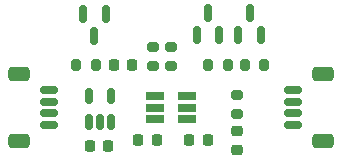
<source format=gbr>
%TF.GenerationSoftware,KiCad,Pcbnew,7.0.1*%
%TF.CreationDate,2025-06-24T15:41:59+07:00*%
%TF.ProjectId,positron_tlv493d,706f7369-7472-46f6-9e5f-746c76343933,rev?*%
%TF.SameCoordinates,Original*%
%TF.FileFunction,Paste,Top*%
%TF.FilePolarity,Positive*%
%FSLAX46Y46*%
G04 Gerber Fmt 4.6, Leading zero omitted, Abs format (unit mm)*
G04 Created by KiCad (PCBNEW 7.0.1) date 2025-06-24 15:41:59*
%MOMM*%
%LPD*%
G01*
G04 APERTURE LIST*
G04 Aperture macros list*
%AMRoundRect*
0 Rectangle with rounded corners*
0 $1 Rounding radius*
0 $2 $3 $4 $5 $6 $7 $8 $9 X,Y pos of 4 corners*
0 Add a 4 corners polygon primitive as box body*
4,1,4,$2,$3,$4,$5,$6,$7,$8,$9,$2,$3,0*
0 Add four circle primitives for the rounded corners*
1,1,$1+$1,$2,$3*
1,1,$1+$1,$4,$5*
1,1,$1+$1,$6,$7*
1,1,$1+$1,$8,$9*
0 Add four rect primitives between the rounded corners*
20,1,$1+$1,$2,$3,$4,$5,0*
20,1,$1+$1,$4,$5,$6,$7,0*
20,1,$1+$1,$6,$7,$8,$9,0*
20,1,$1+$1,$8,$9,$2,$3,0*%
G04 Aperture macros list end*
%ADD10RoundRect,0.218750X0.256250X-0.218750X0.256250X0.218750X-0.256250X0.218750X-0.256250X-0.218750X0*%
%ADD11RoundRect,0.225000X0.225000X0.250000X-0.225000X0.250000X-0.225000X-0.250000X0.225000X-0.250000X0*%
%ADD12RoundRect,0.150000X-0.150000X0.587500X-0.150000X-0.587500X0.150000X-0.587500X0.150000X0.587500X0*%
%ADD13RoundRect,0.225000X-0.225000X-0.250000X0.225000X-0.250000X0.225000X0.250000X-0.225000X0.250000X0*%
%ADD14RoundRect,0.200000X-0.275000X0.200000X-0.275000X-0.200000X0.275000X-0.200000X0.275000X0.200000X0*%
%ADD15RoundRect,0.200000X-0.200000X-0.275000X0.200000X-0.275000X0.200000X0.275000X-0.200000X0.275000X0*%
%ADD16R,1.560000X0.650000*%
%ADD17RoundRect,0.150000X0.150000X-0.587500X0.150000X0.587500X-0.150000X0.587500X-0.150000X-0.587500X0*%
%ADD18RoundRect,0.150000X-0.625000X0.150000X-0.625000X-0.150000X0.625000X-0.150000X0.625000X0.150000X0*%
%ADD19RoundRect,0.250000X-0.650000X0.350000X-0.650000X-0.350000X0.650000X-0.350000X0.650000X0.350000X0*%
%ADD20RoundRect,0.150000X0.625000X-0.150000X0.625000X0.150000X-0.625000X0.150000X-0.625000X-0.150000X0*%
%ADD21RoundRect,0.250000X0.650000X-0.350000X0.650000X0.350000X-0.650000X0.350000X-0.650000X-0.350000X0*%
%ADD22RoundRect,0.200000X0.200000X0.275000X-0.200000X0.275000X-0.200000X-0.275000X0.200000X-0.275000X0*%
%ADD23RoundRect,0.150000X0.150000X-0.512500X0.150000X0.512500X-0.150000X0.512500X-0.150000X-0.512500X0*%
G04 APERTURE END LIST*
D10*
%TO.C,D1*%
X132334000Y-67334000D03*
X132334000Y-65759000D03*
%TD*%
D11*
%TO.C,C3*%
X125489000Y-66521000D03*
X123939000Y-66521000D03*
%TD*%
D12*
%TO.C,Q3*%
X121176500Y-55807500D03*
X119276500Y-55807500D03*
X120226500Y-57682500D03*
%TD*%
D13*
%TO.C,C2*%
X121893000Y-60145000D03*
X123443000Y-60145000D03*
%TD*%
D14*
%TO.C,R1*%
X132334000Y-62648000D03*
X132334000Y-64298000D03*
%TD*%
D15*
%TO.C,R2*%
X129873000Y-60125000D03*
X131523000Y-60125000D03*
%TD*%
D14*
%TO.C,R4*%
X125222000Y-58584000D03*
X125222000Y-60234000D03*
%TD*%
D16*
%TO.C,U1*%
X125388000Y-62785000D03*
X125388000Y-63735000D03*
X125388000Y-64685000D03*
X128088000Y-64685000D03*
X128088000Y-63735000D03*
X128088000Y-62785000D03*
%TD*%
D17*
%TO.C,Q2*%
X132408000Y-57575000D03*
X134308000Y-57575000D03*
X133358000Y-55700000D03*
%TD*%
D18*
%TO.C,J2*%
X137058500Y-62227000D03*
X137058500Y-63227000D03*
X137058500Y-64227000D03*
X137058500Y-65227000D03*
D19*
X139583500Y-60927000D03*
X139583500Y-66527000D03*
%TD*%
D13*
%TO.C,C1*%
X119828500Y-67029000D03*
X121378500Y-67029000D03*
%TD*%
D11*
%TO.C,C4*%
X129807000Y-66521000D03*
X128257000Y-66521000D03*
%TD*%
D14*
%TO.C,R5*%
X126746000Y-58584000D03*
X126746000Y-60234000D03*
%TD*%
D17*
%TO.C,Q1*%
X128868000Y-57575000D03*
X130768000Y-57575000D03*
X129818000Y-55700000D03*
%TD*%
D15*
%TO.C,R3*%
X132963000Y-60125000D03*
X134613000Y-60125000D03*
%TD*%
D20*
%TO.C,J1*%
X116340500Y-65227000D03*
X116340500Y-64227000D03*
X116340500Y-63227000D03*
X116340500Y-62227000D03*
D21*
X113815500Y-66527000D03*
X113815500Y-60927000D03*
%TD*%
D22*
%TO.C,R6*%
X120333000Y-60095000D03*
X118683000Y-60095000D03*
%TD*%
D23*
%TO.C,U2*%
X119758000Y-64992500D03*
X120708000Y-64992500D03*
X121658000Y-64992500D03*
X121658000Y-62717500D03*
X119758000Y-62717500D03*
%TD*%
M02*

</source>
